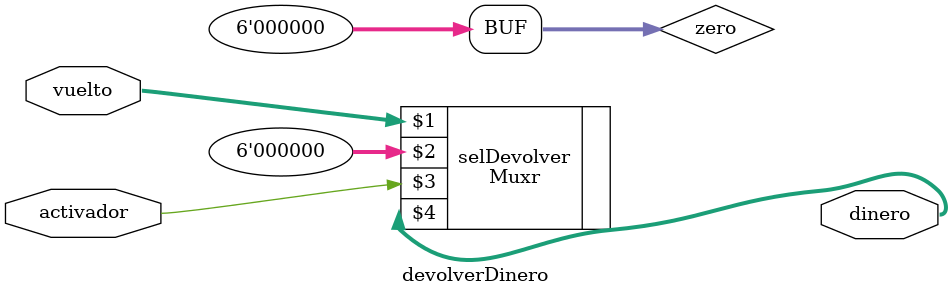
<source format=sv>
module devolverDinero(input logic [5:0] vuelto, input logic activador, output logic[5:0] dinero);
	logic[5:0] zero;
	
	assign zero = 6'b000000;
	
	Muxr #(6) selDevolver (vuelto, zero, activador, dinero);
endmodule

</source>
